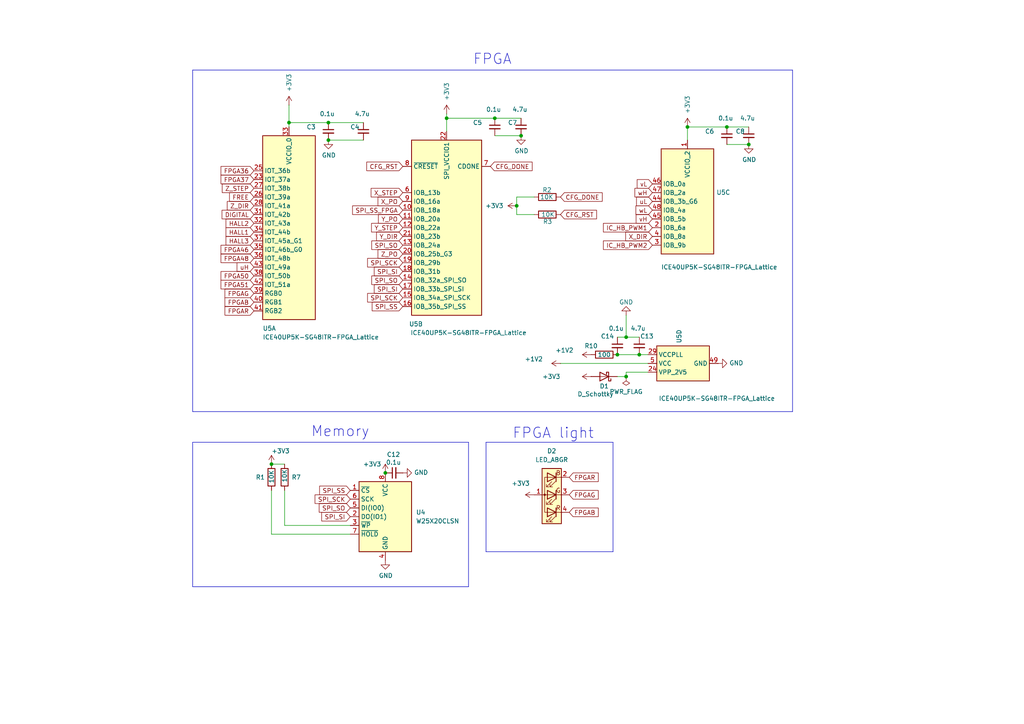
<source format=kicad_sch>
(kicad_sch (version 20231120) (generator "eeschema") (generator_version "8.0")
  (paper "A4")
  (title_block (title "Firestarter ") (date "2024-07-25") (company "Hexastorm") (comment 1 "v1"))
  (lib_symbols
    (symbol "Device:C_Small" (pin_numbers hide) (pin_names (offset 0.254) hide)
      (property "Reference" "C" (at 0.254 1.778 0))
      (property "Value" "C_Small" (at 0.254 -2.032 0))
      (symbol "C_Small_0_1"
        (polyline (pts (xy -1.524 -0.508) (xy 1.524 -0.508)) (stroke (width 0.3302)))
        (polyline (pts (xy -1.524 0.508) (xy 1.524 0.508)) (stroke (width 0.3048)))
      )
      (symbol "C_Small_1_1"
        (pin passive line (at 0 2.54 270) (length 2.032) (name "~") (number "1"))
        (pin passive line (at 0 -2.54 90) (length 2.032) (name "~") (number "2"))
      )
    )
    (symbol "Device:D_Schottky" (pin_numbers hide) (pin_names (offset 1.016) hide)
      (property "Reference" "D" (at 0 2.54 0))
      (property "Value" "D_Schottky" (at 0 -2.54 0))
      (symbol "D_Schottky_0_1"
        (polyline (pts (xy 1.27 0) (xy -1.27 0)))
        (polyline (pts (xy 1.27 1.27) (xy 1.27 -1.27) (xy -1.27 0) (xy 1.27 1.27)) (stroke (width 0.254)))
        (polyline (pts (xy -1.905 0.635) (xy -1.905 1.27) (xy -1.27 1.27) (xy -1.27 -1.27) (xy -0.635 -1.27) (xy -0.635 -0.635)) (stroke (width 0.254)))
      )
      (symbol "D_Schottky_1_1"
        (pin passive line (at -3.81 0 0) (length 2.54) (name "K") (number "1"))
        (pin passive line (at 3.81 0 180) (length 2.54) (name "A") (number "2"))
      )
    )
    (symbol "Device:LED_ABGR" (pin_names (offset 0) hide)
      (property "Reference" "D" (at 0 9.398 0))
      (property "Value" "LED_ABGR" (at 0 -8.89 0))
      (symbol "LED_ABGR_0_0"
        (text "B" (at -1.905 -6.35 0) (effects (font (size 1.27 1.27))))
        (text "G" (at -1.905 -1.27 0) (effects (font (size 1.27 1.27))))
        (text "R" (at -1.905 3.81 0) (effects (font (size 1.27 1.27))))
      )
      (symbol "LED_ABGR_0_1"
        (polyline (pts (xy -1.27 -5.08) (xy -2.54 -5.08)))
        (polyline (pts (xy -1.27 -5.08) (xy 1.27 -5.08)))
        (polyline (pts (xy -1.27 -3.81) (xy -1.27 -6.35)) (stroke (width 0.254)))
        (polyline (pts (xy -1.27 0) (xy -2.54 0)))
        (polyline (pts (xy -1.27 1.27) (xy -1.27 -1.27)) (stroke (width 0.254)))
        (polyline (pts (xy -1.27 5.08) (xy -2.54 5.08)))
        (polyline (pts (xy -1.27 5.08) (xy 1.27 5.08)))
        (polyline (pts (xy -1.27 6.35) (xy -1.27 3.81)) (stroke (width 0.254)))
        (polyline (pts (xy 1.27 0) (xy -1.27 0)))
        (polyline (pts (xy 1.27 0) (xy 2.54 0)))
        (polyline (pts (xy -1.27 1.27) (xy -1.27 -1.27) (xy -1.27 -1.27)))
        (polyline (pts (xy -1.27 6.35) (xy -1.27 3.81) (xy -1.27 3.81)))
        (polyline (pts (xy 1.27 -5.08) (xy 2.032 -5.08) (xy 2.032 5.08) (xy 1.27 5.08)))
        (polyline (pts (xy 1.27 -3.81) (xy 1.27 -6.35) (xy -1.27 -5.08) (xy 1.27 -3.81)) (stroke (width 0.254)))
        (polyline (pts (xy 1.27 1.27) (xy 1.27 -1.27) (xy -1.27 0) (xy 1.27 1.27)) (stroke (width 0.254)))
        (polyline (pts (xy 1.27 6.35) (xy 1.27 3.81) (xy -1.27 5.08) (xy 1.27 6.35)) (stroke (width 0.254)))
        (polyline (pts (xy -1.016 -3.81) (xy 0.508 -2.286) (xy -0.254 -2.286) (xy 0.508 -2.286) (xy 0.508 -3.048)))
        (polyline (pts (xy -1.016 1.27) (xy 0.508 2.794) (xy -0.254 2.794) (xy 0.508 2.794) (xy 0.508 2.032)))
        (polyline (pts (xy -1.016 6.35) (xy 0.508 7.874) (xy -0.254 7.874) (xy 0.508 7.874) (xy 0.508 7.112)))
        (polyline (pts (xy 0 -3.81) (xy 1.524 -2.286) (xy 0.762 -2.286) (xy 1.524 -2.286) (xy 1.524 -3.048)))
        (polyline (pts (xy 0 1.27) (xy 1.524 2.794) (xy 0.762 2.794) (xy 1.524 2.794) (xy 1.524 2.032)))
        (polyline (pts (xy 0 6.35) (xy 1.524 7.874) (xy 0.762 7.874) (xy 1.524 7.874) (xy 1.524 7.112)))
        (rectangle (start 1.27 -1.27) (end 1.27 1.27))
        (rectangle (start 1.27 1.27) (end 1.27 1.27))
        (rectangle (start 1.27 3.81) (end 1.27 6.35))
        (rectangle (start 1.27 6.35) (end 1.27 6.35))
        (circle (center 2.032 0) (radius 0.254) (fill (type outline)))
        (rectangle (start 2.794 8.382) (end -2.794 -7.62) (stroke (width 0.254)) (fill (type background)))
      )
      (symbol "LED_ABGR_1_1"
        (pin passive line (at 5.08 0 180) (length 2.54) (name "A") (number "1"))
        (pin passive line (at -5.08 -5.08 0) (length 2.54) (name "BK") (number "2"))
        (pin passive line (at -5.08 0 0) (length 2.54) (name "GK") (number "3"))
        (pin passive line (at -5.08 5.08 0) (length 2.54) (name "RK") (number "4"))
      )
    )
    (symbol "Device:R" (pin_numbers hide) (pin_names (offset 0))
      (property "Reference" "R" (at 2.032 0 90))
      (property "Value" "R" (at 0 0 90))
      (symbol "R_0_1"
        (rectangle (start -1.016 -2.54) (end 1.016 2.54) (stroke (width 0.254)))
      )
      (symbol "R_1_1"
        (pin passive line (at 0 3.81 270) (length 1.27) (name "~") (number "1"))
        (pin passive line (at 0 -3.81 90) (length 1.27) (name "~") (number "2"))
      )
    )
    (symbol "Memory_Flash:W25X20CLSN"
      (property "Reference" "U" (at -7.62 10.16 0))
      (property "Value" "W25X20CLSN" (at 2.54 10.16 0))
      (symbol "W25X20CLSN_0_1"
        (rectangle (start -7.62 10.16) (end 7.62 -10.16) (stroke (width 0.254)) (fill (type background)))
      )
      (symbol "W25X20CLSN_1_1"
        (pin input line (at -10.16 7.62 0) (length 2.54) (name "~{CS}") (number "1"))
        (pin bidirectional line (at -10.16 0 0) (length 2.54) (name "DO(IO1)") (number "2"))
        (pin bidirectional line (at -10.16 -2.54 0) (length 2.54) (name "~{WP}") (number "3"))
        (pin power_in line (at 0 -12.7 90) (length 2.54) (name "GND") (number "4"))
        (pin bidirectional line (at -10.16 2.54 0) (length 2.54) (name "DI(IO0)") (number "5"))
        (pin input line (at -10.16 5.08 0) (length 2.54) (name "SCK") (number "6"))
        (pin bidirectional line (at -10.16 -5.08 0) (length 2.54) (name "~{HOLD}") (number "7"))
        (pin power_in line (at 0 12.7 270) (length 2.54) (name "VCC") (number "8"))
      )
    )
    (symbol "compute_library:ICE40UP5K-SG48ITR-FPGA_Lattice"
      (property "Reference" "U" (at -8.89 -29.21 0))
      (property "Value" "ICE40UP5K-SG48ITR-FPGA_Lattice" (at 0 -31.75 0))
      (symbol "ICE40UP5K-SG48ITR-FPGA_Lattice_1_1"
        (rectangle (start -7.62 25.4) (end 7.62 -27.94) (stroke (width 0.254)) (fill (type background)))
        (pin bidirectional line (at -10.16 12.7 0) (length 2.54) (name "IOT_37a") (number "23"))
        (pin bidirectional line (at -10.16 15.24 0) (length 2.54) (name "IOT_36b") (number "25"))
        (pin bidirectional line (at -10.16 7.62 0) (length 2.54) (name "IOT_39a") (number "26"))
        (pin bidirectional line (at -10.16 10.16 0) (length 2.54) (name "IOT_38b") (number "27"))
        (pin bidirectional line (at -10.16 5.08 0) (length 2.54) (name "IOT_41a") (number "28"))
        (pin bidirectional line (at -10.16 2.54 0) (length 2.54) (name "IOT_42b") (number "31"))
        (pin bidirectional line (at -10.16 0 0) (length 2.54) (name "IOT_43a") (number "32"))
        (pin power_in line (at 0 27.94 270) (length 2.54) (name "VCCIO_0") (number "33"))
        (pin bidirectional line (at -10.16 -2.54 0) (length 2.54) (name "IOT_44b") (number "34"))
        (pin bidirectional line (at -10.16 -7.62 0) (length 2.54) (name "IOT_46b_G0") (number "35"))
        (pin bidirectional line (at -10.16 -10.16 0) (length 2.54) (name "IOT_48b") (number "36"))
        (pin bidirectional line (at -10.16 -5.08 0) (length 2.54) (name "IOT_45a_G1") (number "37"))
        (pin bidirectional line (at -10.16 -15.24 0) (length 2.54) (name "IOT_50b") (number "38"))
        (pin open_collector line (at -10.16 -20.32 0) (length 2.54) (name "RGB0") (number "39"))
        (pin open_collector line (at -10.16 -22.86 0) (length 2.54) (name "RGB1") (number "40"))
        (pin open_collector line (at -10.16 -25.4 0) (length 2.54) (name "RGB2") (number "41"))
        (pin bidirectional line (at -10.16 -17.78 0) (length 2.54) (name "IOT_51a") (number "42"))
        (pin bidirectional line (at -10.16 -12.7 0) (length 2.54) (name "IOT_49a") (number "43"))
      )
      (symbol "ICE40UP5K-SG48ITR-FPGA_Lattice_2_1"
        (rectangle (start -10.16 25.4) (end 10.16 -25.4) (stroke (width 0.254)) (fill (type background)))
        (pin bidirectional line (at -12.7 5.08 0) (length 2.54) (name "IOB_18a") (number "10"))
        (pin bidirectional line (at -12.7 2.54 0) (length 2.54) (name "IOB_20a") (number "11"))
        (pin bidirectional line (at -12.7 0 0) (length 2.54) (name "IOB_22a") (number "12"))
        (pin bidirectional line (at -12.7 -5.08 0) (length 2.54) (name "IOB_24a") (number "13"))
        (pin bidirectional line (at -12.7 -15.24 0) (length 2.54) (name "IOB_32a_SPI_SO") (number "14"))
        (pin bidirectional line (at -12.7 -20.32 0) (length 2.54) (name "IOB_34a_SPI_SCK") (number "15"))
        (pin bidirectional line (at -12.7 -22.86 0) (length 2.54) (name "IOB_35b_SPI_SS") (number "16"))
        (pin bidirectional line (at -12.7 -17.78 0) (length 2.54) (name "IOB_33b_SPI_SI") (number "17"))
        (pin bidirectional line (at -12.7 -12.7 0) (length 2.54) (name "IOB_31b") (number "18"))
        (pin bidirectional line (at -12.7 -10.16 0) (length 2.54) (name "IOB_29b") (number "19"))
        (pin bidirectional line (at -12.7 -7.62 0) (length 2.54) (name "IOB_25b_G3") (number "20"))
        (pin bidirectional line (at -12.7 -2.54 0) (length 2.54) (name "IOB_23b") (number "21"))
        (pin power_in line (at 0 27.94 270) (length 2.54) (name "SPI_VCCIO1") (number "22"))
        (pin bidirectional line (at -12.7 10.16 0) (length 2.54) (name "IOB_13b") (number "6"))
        (pin open_collector line (at 12.7 17.78 180) (length 2.54) (name "CDONE") (number "7"))
        (pin input line (at -12.7 17.78 0) (length 2.54) (name "~{CRESET}") (number "8"))
        (pin bidirectional line (at -12.7 7.62 0) (length 2.54) (name "IOB_16a") (number "9"))
      )
      (symbol "ICE40UP5K-SG48ITR-FPGA_Lattice_3_1"
        (rectangle (start -7.62 15.24) (end 7.62 -15.24) (stroke (width 0.254)) (fill (type background)))
        (pin power_in line (at 0 17.78 270) (length 2.54) (name "VCCIO_2") (number "1"))
        (pin bidirectional line (at -10.16 -7.62 0) (length 2.54) (name "IOB_6a") (number "2"))
        (pin bidirectional line (at -10.16 -12.7 0) (length 2.54) (name "IOB_9b") (number "3"))
        (pin bidirectional line (at -10.16 -10.16 0) (length 2.54) (name "IOB_8a") (number "4"))
        (pin bidirectional line (at -10.16 0 0) (length 2.54) (name "IOB_3b_G6") (number "44"))
        (pin bidirectional line (at -10.16 -5.08 0) (length 2.54) (name "IOB_5b") (number "45"))
        (pin bidirectional line (at -10.16 5.08 0) (length 2.54) (name "IOB_0a") (number "46"))
        (pin bidirectional line (at -10.16 2.54 0) (length 2.54) (name "IOB_2a") (number "47"))
        (pin bidirectional line (at -10.16 -2.54 0) (length 2.54) (name "IOB_4a") (number "48"))
      )
      (symbol "ICE40UP5K-SG48ITR-FPGA_Lattice_4_1"
        (rectangle (start -5.08 7.62) (end 5.08 -7.62) (stroke (width 0.254)) (fill (type background)))
        (pin power_in line (at -2.54 10.16 270) (length 2.54) (name "VPP_2V5") (number "24"))
        (pin power_out line (at 2.54 10.16 270) (length 2.54) (name "VCCPLL") (number "29"))
        (pin passive line (at 0 10.16 270) (length 2.54) hide (name "VCC") (number "30"))
        (pin power_in line (at 0 -10.16 90) (length 2.54) (name "GND") (number "49"))
        (pin power_in line (at 0 10.16 270) (length 2.54) (name "VCC") (number "5"))
      )
    )
    (symbol "power:+1V2" (power) (pin_numbers hide) (pin_names (offset 0) hide)
      (property "Value" "+1V2" (at 0 3.556 0))
      (symbol "+1V2_0_1"
        (polyline (pts (xy -0.762 1.27) (xy 0 2.54)))
        (polyline (pts (xy 0 0) (xy 0 2.54)))
        (polyline (pts (xy 0 2.54) (xy 0.762 1.27)))
      )
      (symbol "+1V2_1_1"
        (pin power_in line (at 0 0 90) (length 0) (name "~") (number "1"))
      )
    )
    (symbol "power:+3V3" (power) (pin_numbers hide) (pin_names (offset 0) hide)
      (property "Value" "+3V3" (at 0 3.556 0))
      (symbol "+3V3_0_1"
        (polyline (pts (xy -0.762 1.27) (xy 0 2.54)))
        (polyline (pts (xy 0 0) (xy 0 2.54)))
        (polyline (pts (xy 0 2.54) (xy 0.762 1.27)))
      )
      (symbol "+3V3_1_1"
        (pin power_in line (at 0 0 90) (length 0) (name "~") (number "1"))
      )
    )
    (symbol "power:GND" (power) (pin_numbers hide) (pin_names (offset 0) hide)
      (property "Value" "GND" (at 0 -3.81 0))
      (symbol "GND_0_1"
        (polyline (pts (xy 0 0) (xy 0 -1.27) (xy 1.27 -1.27) (xy 0 -2.54) (xy -1.27 -1.27) (xy 0 -1.27)))
      )
      (symbol "GND_1_1"
        (pin power_in line (at 0 0 270) (length 0) (name "~") (number "1"))
      )
    )
    (symbol "power:PWR_FLAG" (power) (pin_numbers hide) (pin_names (offset 0) hide)
      (property "Value" "PWR_FLAG" (at 0 3.81 0))
      (symbol "PWR_FLAG_0_0"
        (pin power_out line (at 0 0 90) (length 0) (name "~") (number "1"))
      )
      (symbol "PWR_FLAG_0_1"
        (polyline (pts (xy 0 0) (xy 0 1.27) (xy -1.016 1.905) (xy 0 2.54) (xy 1.016 1.905) (xy 0 1.27)))
      )
    )
  )
  (junction (at 83.82 35.56))
  (junction (at 179.07 102.87))
  (junction (at 210.82 36.83))
  (junction (at 181.61 97.79))
  (junction (at 199.39 36.83))
  (junction (at 95.25 35.56))
  (junction (at 185.42 102.87))
  (junction (at 78.74 134.62))
  (junction (at 111.76 137.16))
  (junction (at 143.51 34.29))
  (junction (at 181.61 109.22))
  (junction (at 129.54 34.29))
  (junction (at 149.86 59.69))
  (junction (at 151.13 39.37))
  (junction (at 95.25 40.64))
  (junction (at 217.17 41.91))
  (wire (pts (xy 83.82 36.83) (xy 83.82 35.56)))
  (wire (pts (xy 149.86 59.69) (xy 149.86 62.23)))
  (polyline (pts (xy 177.8 160.02) (xy 140.97 160.02)))
  (wire (pts (xy 179.07 102.87) (xy 185.42 102.87)))
  (wire (pts (xy 78.74 154.94) (xy 101.6 154.94)))
  (polyline (pts (xy 55.88 20.32) (xy 229.87 20.32)))
  (wire (pts (xy 181.61 91.44) (xy 181.61 97.79)))
  (wire (pts (xy 149.86 57.15) (xy 149.86 59.69)))
  (wire (pts (xy 210.82 41.91) (xy 217.17 41.91)))
  (polyline (pts (xy 55.88 20.32) (xy 55.88 119.38)))
  (wire (pts (xy 82.55 152.4) (xy 101.6 152.4)))
  (wire (pts (xy 199.39 36.83) (xy 199.39 40.64)))
  (wire (pts (xy 83.82 35.56) (xy 95.25 35.56)))
  (wire (pts (xy 149.86 62.23) (xy 154.94 62.23)))
  (wire (pts (xy 82.55 134.62) (xy 78.74 134.62)))
  (wire (pts (xy 210.82 36.83) (xy 217.17 36.83)))
  (wire (pts (xy 185.42 102.87) (xy 187.96 102.87)))
  (polyline (pts (xy 55.88 128.27) (xy 135.89 128.27)))
  (polyline (pts (xy 229.87 20.32) (xy 229.87 119.38)))
  (wire (pts (xy 129.54 34.29) (xy 143.51 34.29)))
  (wire (pts (xy 143.51 39.37) (xy 151.13 39.37)))
  (wire (pts (xy 179.07 109.22) (xy 181.61 109.22)))
  (wire (pts (xy 129.54 34.29) (xy 129.54 33.02)))
  (wire (pts (xy 181.61 109.22) (xy 181.61 107.95)))
  (wire (pts (xy 78.74 154.94) (xy 78.74 142.24)))
  (polyline (pts (xy 135.89 170.18) (xy 55.88 170.18)))
  (wire (pts (xy 95.25 35.56) (xy 105.41 35.56)))
  (wire (pts (xy 154.94 57.15) (xy 149.86 57.15)))
  (polyline (pts (xy 177.8 128.27) (xy 177.8 160.02)))
  (polyline (pts (xy 140.97 128.27) (xy 140.97 160.02)))
  (wire (pts (xy 162.56 105.41) (xy 187.96 105.41)))
  (wire (pts (xy 143.51 34.29) (xy 151.13 34.29)))
  (wire (pts (xy 179.07 97.79) (xy 181.61 97.79)))
  (polyline (pts (xy 55.88 128.27) (xy 55.88 170.18)))
  (wire (pts (xy 105.41 40.64) (xy 95.25 40.64)))
  (wire (pts (xy 181.61 97.79) (xy 185.42 97.79)))
  (wire (pts (xy 181.61 107.95) (xy 187.96 107.95)))
  (polyline (pts (xy 140.97 128.27) (xy 177.8 128.27)))
  (polyline (pts (xy 135.89 128.27) (xy 135.89 170.18)))
  (wire (pts (xy 83.82 35.56) (xy 83.82 30.48)))
  (wire (pts (xy 82.55 142.24) (xy 82.55 152.4)))
  (wire (pts (xy 199.39 36.83) (xy 210.82 36.83)))
  (polyline (pts (xy 229.87 119.38) (xy 55.88 119.38)))
  (wire (pts (xy 129.54 38.1) (xy 129.54 34.29)))
  (text "FPGA" (at 137.16 19.05 0) (effects (font (size 3 3)) (justify left bottom)))
  (text "FPGA light" (at 148.59 127.508 0) (effects (font (size 3 3)) (justify left bottom)))
  (text "Memory" (at 90.17 127 0) (effects (font (size 3 3)) (justify left bottom)))
  (global_label "CFG_DONE" (shape input) (at 162.56 57.15 0) (property "Intersheetrefs" "${INTERSHEET_REFS}" (effects (hide yes))))
  (global_label "SPI_SO" (shape input) (at 116.84 81.28 180) (property "Intersheetrefs" "${INTERSHEET_REFS}" (effects (hide yes))))
  (global_label "Z_PO" (shape input) (at 116.84 73.66 180) (property "Intersheetrefs" "${INTERSHEET_REFS}" (effects (hide yes))))
  (global_label "FPGA51" (shape input) (at 73.66 82.55 180) (property "Intersheetrefs" "${INTERSHEET_REFS}" (effects (hide yes))))
  (global_label "uL" (shape input) (at 189.23 58.42 180) (property "Intersheetrefs" "${INTERSHEET_REFS}" (effects (hide yes))))
  (global_label "HALL2" (shape input) (at 73.66 64.77 180) (property "Intersheetrefs" "${INTERSHEET_REFS}" (effects (hide yes))))
  (global_label "CFG_DONE" (shape input) (at 142.24 48.26 0) (property "Intersheetrefs" "${INTERSHEET_REFS}" (effects (hide yes))))
  (global_label "FPGAB" (shape input) (at 165.1 148.59 0) (property "Intersheetrefs" "${INTERSHEET_REFS}" (effects (hide yes))))
  (global_label "uH" (shape input) (at 73.66 77.47 180) (property "Intersheetrefs" "${INTERSHEET_REFS}" (effects (hide yes))))
  (global_label "CFG_RST" (shape input) (at 116.84 48.26 180) (property "Intersheetrefs" "${INTERSHEET_REFS}" (effects (hide yes))))
  (global_label "IC_HB_PWM1" (shape input) (at 189.23 66.04 180) (property "Intersheetrefs" "${INTERSHEET_REFS}" (effects (hide yes))))
  (global_label "X_STEP" (shape input) (at 116.84 55.88 180) (property "Intersheetrefs" "${INTERSHEET_REFS}" (effects (hide yes))))
  (global_label "FPGAR" (shape input) (at 165.1 138.43 0) (property "Intersheetrefs" "${INTERSHEET_REFS}" (effects (hide yes))))
  (global_label "wH" (shape input) (at 189.23 55.88 180) (property "Intersheetrefs" "${INTERSHEET_REFS}" (effects (hide yes))))
  (global_label "FPGAG" (shape input) (at 73.66 85.09 180) (property "Intersheetrefs" "${INTERSHEET_REFS}" (effects (hide yes))))
  (global_label "SPI_SCK" (shape input) (at 116.84 86.36 180) (property "Intersheetrefs" "${INTERSHEET_REFS}" (effects (hide yes))))
  (global_label "X_PO" (shape input) (at 116.84 58.42 180) (property "Intersheetrefs" "${INTERSHEET_REFS}" (effects (hide yes))))
  (global_label "Z_STEP" (shape input) (at 73.66 54.61 180) (property "Intersheetrefs" "${INTERSHEET_REFS}" (effects (hide yes))))
  (global_label "FPGA46" (shape input) (at 73.66 72.39 180) (property "Intersheetrefs" "${INTERSHEET_REFS}" (effects (hide yes))))
  (global_label "Y_DIR" (shape input) (at 116.84 68.58 180) (property "Intersheetrefs" "${INTERSHEET_REFS}" (effects (hide yes))))
  (global_label "DIGITAL" (shape input) (at 73.66 62.23 180) (property "Intersheetrefs" "${INTERSHEET_REFS}" (effects (hide yes))))
  (global_label "SPI_SCK" (shape input) (at 116.84 76.2 180) (property "Intersheetrefs" "${INTERSHEET_REFS}" (effects (hide yes))))
  (global_label "vL" (shape input) (at 189.23 53.34 180) (property "Intersheetrefs" "${INTERSHEET_REFS}" (effects (hide yes))))
  (global_label "SPI_SI" (shape input) (at 116.84 83.82 180) (property "Intersheetrefs" "${INTERSHEET_REFS}" (effects (hide yes))))
  (global_label "IC_HB_PWM2" (shape input) (at 189.23 71.12 180) (property "Intersheetrefs" "${INTERSHEET_REFS}" (effects (hide yes))))
  (global_label "Y_STEP" (shape input) (at 116.84 66.04 180) (property "Intersheetrefs" "${INTERSHEET_REFS}" (effects (hide yes))))
  (global_label "SPI_SI" (shape input) (at 101.6 149.86 180) (property "Intersheetrefs" "${INTERSHEET_REFS}" (effects (hide yes))))
  (global_label "FPGA48" (shape input) (at 73.66 74.93 180) (property "Intersheetrefs" "${INTERSHEET_REFS}" (effects (hide yes))))
  (global_label "SPI_SCK" (shape input) (at 101.6 144.78 180) (property "Intersheetrefs" "${INTERSHEET_REFS}" (effects (hide yes))))
  (global_label "Z_DIR" (shape input) (at 73.66 59.69 180) (property "Intersheetrefs" "${INTERSHEET_REFS}" (effects (hide yes))))
  (global_label "HALL3" (shape input) (at 73.66 69.85 180) (property "Intersheetrefs" "${INTERSHEET_REFS}" (effects (hide yes))))
  (global_label "CFG_RST" (shape input) (at 162.56 62.23 0) (property "Intersheetrefs" "${INTERSHEET_REFS}" (effects (hide yes))))
  (global_label "SPI_SS" (shape input) (at 101.6 142.24 180) (property "Intersheetrefs" "${INTERSHEET_REFS}" (effects (hide yes))))
  (global_label "FREE" (shape input) (at 73.66 57.15 180) (property "Intersheetrefs" "${INTERSHEET_REFS}" (effects (hide yes))))
  (global_label "SPI_SI" (shape input) (at 116.84 78.74 180) (property "Intersheetrefs" "${INTERSHEET_REFS}" (effects (hide yes))))
  (global_label "vH" (shape input) (at 189.23 63.5 180) (property "Intersheetrefs" "${INTERSHEET_REFS}" (effects (hide yes))))
  (global_label "HALL1" (shape input) (at 73.66 67.31 180) (property "Intersheetrefs" "${INTERSHEET_REFS}" (effects (hide yes))))
  (global_label "FPGAB" (shape input) (at 73.66 87.63 180) (property "Intersheetrefs" "${INTERSHEET_REFS}" (effects (hide yes))))
  (global_label "FPGA36" (shape input) (at 73.66 49.53 180) (property "Intersheetrefs" "${INTERSHEET_REFS}" (effects (hide yes))))
  (global_label "SPI_SS_FPGA" (shape input) (at 116.84 60.96 180) (property "Intersheetrefs" "${INTERSHEET_REFS}" (effects (hide yes))))
  (global_label "X_DIR" (shape input) (at 189.23 68.58 180) (property "Intersheetrefs" "${INTERSHEET_REFS}" (effects (hide yes))))
  (global_label "FPGA37" (shape input) (at 73.66 52.07 180) (property "Intersheetrefs" "${INTERSHEET_REFS}" (effects (hide yes))))
  (global_label "FPGAR" (shape input) (at 73.66 90.17 180) (property "Intersheetrefs" "${INTERSHEET_REFS}" (effects (hide yes))))
  (global_label "SPI_SO" (shape input) (at 116.84 71.12 180) (property "Intersheetrefs" "${INTERSHEET_REFS}" (effects (hide yes))))
  (global_label "wL" (shape input) (at 189.23 60.96 180) (property "Intersheetrefs" "${INTERSHEET_REFS}" (effects (hide yes))))
  (global_label "Y_PO" (shape input) (at 116.84 63.5 180) (property "Intersheetrefs" "${INTERSHEET_REFS}" (effects (hide yes))))
  (global_label "FPGAG" (shape input) (at 165.1 143.51 0) (property "Intersheetrefs" "${INTERSHEET_REFS}" (effects (hide yes))))
  (global_label "SPI_SS" (shape input) (at 116.84 88.9 180) (property "Intersheetrefs" "${INTERSHEET_REFS}" (effects (hide yes))))
  (global_label "FPGA50" (shape input) (at 73.66 80.01 180) (property "Intersheetrefs" "${INTERSHEET_REFS}" (effects (hide yes))))
  (global_label "SPI_SO" (shape input) (at 101.6 147.32 180) (property "Intersheetrefs" "${INTERSHEET_REFS}" (effects (hide yes))))
  (symbol (lib_id "compute_library:ICE40UP5K-SG48ITR-FPGA_Lattice") (at 199.39 58.42 0) (unit 3)
    (property "Reference" "U5" (at 207.772 55.8038 0) (effects (justify left)))
    (property "Value" "ICE40UP5K-SG48ITR-FPGA_Lattice" (at 191.77 77.47 0) (effects (justify left)))
    (property "Footprint" "Package_DFN_QFN:QFN-48-1EP_7x7mm_P0.5mm_EP5.6x5.6mm" (effects (hide yes)))
    (property "Producer" "ICE40UP5K-SG48I" (effects (hide yes)))
    (property "Mouser" "842-ICE40UP5K-SG48I" (effects (hide yes)))
  )
  (symbol (lib_id "Device:R") (at 158.75 57.15 90) (unit 1)
    (property "Reference" "R2" (at 160.02 55.118 90) (effects (justify left)))
    (property "Value" "10K" (at 160.528 57.15 90) (effects (justify left)))
    (property "Footprint" "Resistor_SMD:R_0805_2012Metric" (effects (hide yes)))
    (property "Farnell" "2826162" (effects (hide yes)))
    (property "Producer" "CRCW080510K0JNEAC " (effects (hide yes)))
    (property "Mouser" "71-CRCW080510K0JNEAC " (effects (hide yes)))
  )
  (symbol (lib_id "Device:R") (at 158.75 62.23 270) (unit 1)
    (property "Reference" "R3" (at 157.48 64.262 90) (effects (justify left)))
    (property "Value" "10K" (at 156.972 62.23 90) (effects (justify left)))
    (property "Footprint" "Resistor_SMD:R_0805_2012Metric" (effects (hide yes)))
    (property "Farnell" "2826162" (effects (hide yes)))
    (property "Producer" "CRCW080510K0JNEAC " (effects (hide yes)))
    (property "Mouser" "71-CRCW080510K0JNEAC " (effects (hide yes)))
  )
  (symbol (lib_id "power:+1V2") (at 171.45 102.87 90) (unit 1)
    (property "Reference" "#PWR026" (effects (hide yes)))
    (property "Value" "+1V2" (at 166.37 101.6 90) (effects (justify left)))
    (property "Description" "Power symbol creates a global label with name \"+1V2\"" (effects (hide yes)))
  )
  (symbol (lib_id "power:+1V2") (at 162.56 105.41 90) (unit 1)
    (property "Reference" "#PWR023" (effects (hide yes)))
    (property "Value" "+1V2" (at 157.48 104.14 90) (effects (justify left)))
    (property "Description" "Power symbol creates a global label with name \"+1V2\"" (effects (hide yes)))
  )
  (symbol (lib_id "Device:D_Schottky") (at 175.26 109.22 180) (unit 1)
    (property "Reference" "D1" (at 175.26 112.014 0))
    (property "Value" "D_Schottky" (at 172.72 114.3 0))
    (property "Footprint" "Diode_SMD:D_SOD-323_HandSoldering" (effects (hide yes)))
    (property "Producer" "B340A-13-F" (effects (hide yes)))
    (property "Farnell" "1843668 " (effects (hide yes)))
    (property "Mouser" "621-B340A-F" (effects (hide yes)))
  )
  (symbol (lib_id "compute_library:ICE40UP5K-SG48ITR-FPGA_Lattice") (at 198.12 105.41 90) (unit 4)
    (property "Reference" "U5" (at 196.9516 99.568 0) (effects (justify left)))
    (property "Value" "ICE40UP5K-SG48ITR-FPGA_Lattice" (at 224.79 115.57 90) (effects (justify left)))
    (property "Footprint" "Package_DFN_QFN:QFN-48-1EP_7x7mm_P0.5mm_EP5.6x5.6mm" (effects (hide yes)))
    (property "Producer" "ICE40UP5K-SG48I" (effects (hide yes)))
    (property "Mouser" "842-ICE40UP5K-SG48I" (effects (hide yes)))
  )
  (symbol (lib_id "Memory_Flash:W25X20CLSN") (at 111.76 149.86 0) (unit 1)
    (property "Reference" "U4" (at 120.65 148.5899 0) (effects (justify left)))
    (property "Value" "W25X20CLSN" (at 120.65 151.1299 0) (effects (justify left)))
    (property "Footprint" "Package_SO:SOIC-8_3.9x4.9mm_P1.27mm" (effects (hide yes)))
    (property "Datasheet" "https://www.winbond.com/resource-files/w25x20cl_revf%2020150806.pdf" (effects (hide yes)))
    (property "Description" "2Mbit Serial Flash memory, dual I/O SPI, SOIC-8" (effects (hide yes)))
    (property "OLDFootprint" "sockets_scanhead:SOIC-8W_5.3x5.3mm_P1.27mm" (effects (hide yes)))
    (property "Mouser" "454-W25X20CLSNIG" (effects (hide yes)))
    (property "Producer" "W25X20CLSNIG " (effects (hide yes)))
  )
  (symbol (lib_id "Device:C_Small") (at 114.3 137.16 90) (unit 1)
    (property "Reference" "C12" (at 116.078 131.826 90) (effects (justify left)))
    (property "Value" "0.1u" (at 116.332 134.112 90) (effects (justify left)))
    (property "Footprint" "Capacitor_SMD:C_0805_2012Metric_Pad1.18x1.45mm_HandSolder" (effects (hide yes)))
    (property "Producer" "C0805C104J5RACTU" (effects (hide yes)))
    (property "Mouser" "80-C0805C104J5R " (effects (hide yes)))
    (property "Farnell" "1414663 " (effects (hide yes)))
  )
  (symbol (lib_id "power:+3V3") (at 78.74 134.62 0) (unit 1)
    (property "Reference" "#PWR013" (effects (hide yes)))
    (property "Value" "+3V3" (at 78.74 130.81 0) (effects (justify left)))
    (property "Description" "Power symbol creates a global label with name \"+3V3\"" (effects (hide yes)))
  )
  (symbol (lib_id "Device:C_Small") (at 210.82 39.37 0) (unit 1)
    (property "Reference" "C6" (at 204.47 38.1 0) (effects (justify left)))
    (property "Value" "0.1u" (at 208.28 34.29 0) (effects (justify left)))
    (property "Footprint" "Capacitor_SMD:C_0805_2012Metric_Pad1.18x1.45mm_HandSolder" (effects (hide yes)))
    (property "Producer" "C0805C104J5RACTU" (effects (hide yes)))
    (property "Mouser" "80-C0805C104J5R " (effects (hide yes)))
    (property "Farnell" "1414663 " (effects (hide yes)))
  )
  (symbol (lib_id "Device:C_Small") (at 105.41 38.1 0) (unit 1)
    (property "Reference" "C4" (at 101.6 36.83 0) (effects (justify left)))
    (property "Value" "4.7u" (at 102.87 33.02 0) (effects (justify left)))
    (property "Footprint" "Capacitor_SMD:C_0805_2012Metric_Pad1.18x1.45mm_HandSolder" (effects (hide yes)))
    (property "Producer" "GRM21BR61H475KE51L" (effects (hide yes)))
    (property "Farnell" "2611942" (effects (hide yes)))
    (property "Mouser" "81-GRM21BR61H475KE1L" (effects (hide yes)))
  )
  (symbol (lib_id "power:PWR_FLAG") (at 181.61 109.22 180) (unit 1)
    (property "Reference" "#FLG04" (effects (hide yes)))
    (property "Value" "PWR_FLAG" (at 181.61 113.6142 0))
    (property "Description" "Special symbol for telling ERC where power comes from" (effects (hide yes)))
  )
  (symbol (lib_id "power:+3V3") (at 154.94 143.51 90) (unit 1)
    (property "Reference" "#PWR030" (effects (hide yes)))
    (property "Value" "+3V3" (at 153.67 140.208 90) (effects (justify left)))
    (property "Description" "Power symbol creates a global label with name \"+3V3\"" (effects (hide yes)))
  )
  (symbol (lib_id "Device:C_Small") (at 151.13 36.83 0) (unit 1)
    (property "Reference" "C7" (at 147.32 35.56 0) (effects (justify left)))
    (property "Value" "4.7u" (at 148.59 31.75 0) (effects (justify left)))
    (property "Footprint" "Capacitor_SMD:C_0805_2012Metric_Pad1.18x1.45mm_HandSolder" (effects (hide yes)))
    (property "Producer" "GRM21BR61H475KE51L" (effects (hide yes)))
    (property "Farnell" "2611942" (effects (hide yes)))
    (property "Mouser" "81-GRM21BR61H475KE1L" (effects (hide yes)))
  )
  (symbol (lib_id "compute_library:ICE40UP5K-SG48ITR-FPGA_Lattice") (at 83.82 64.77 0) (unit 1)
    (property "Reference" "U5" (at 76.2 95.25 0) (effects (justify left)))
    (property "Value" "ICE40UP5K-SG48ITR-FPGA_Lattice" (at 76.2 97.79 0) (effects (justify left)))
    (property "Footprint" "Package_DFN_QFN:QFN-48-1EP_7x7mm_P0.5mm_EP5.6x5.6mm" (effects (hide yes)))
    (property "Producer" "ICE40UP5K-SG48I" (effects (hide yes)))
    (property "Mouser" "842-ICE40UP5K-SG48I" (effects (hide yes)))
  )
  (symbol (lib_id "Device:C_Small") (at 185.42 100.33 0) (unit 1)
    (property "Reference" "C13" (at 185.674 97.536 0) (effects (justify left)))
    (property "Value" "4.7u" (at 182.88 95.25 0) (effects (justify left)))
    (property "Footprint" "Capacitor_SMD:C_0805_2012Metric_Pad1.18x1.45mm_HandSolder" (effects (hide yes)))
    (property "Producer" "GRM21BR61H475KE51L" (effects (hide yes)))
    (property "Farnell" "2611942" (effects (hide yes)))
    (property "Mouser" "81-GRM21BR61H475KE1L" (effects (hide yes)))
  )
  (symbol (lib_id "power:GND") (at 208.28 105.41 90) (unit 1)
    (property "Reference" "#PWR046" (effects (hide yes)))
    (property "Value" "GND" (at 211.5312 105.283 90) (effects (justify right)))
    (property "Description" "Power symbol creates a global label with name \"GND\" , ground" (effects (hide yes)))
  )
  (symbol (lib_id "Device:C_Small") (at 95.25 38.1 0) (unit 1)
    (property "Reference" "C3" (at 88.9 36.83 0) (effects (justify left)))
    (property "Value" "0.1u" (at 92.71 33.02 0) (effects (justify left)))
    (property "Footprint" "Capacitor_SMD:C_0805_2012Metric_Pad1.18x1.45mm_HandSolder" (effects (hide yes)))
    (property "Producer" "C0805C104J5RACTU" (effects (hide yes)))
    (property "Mouser" "80-C0805C104J5R " (effects (hide yes)))
    (property "Farnell" "1414663 " (effects (hide yes)))
  )
  (symbol (lib_id "Device:R") (at 82.55 138.43 0) (unit 1)
    (property "Reference" "R7" (at 84.582 138.43 0) (effects (justify left)))
    (property "Value" "10K" (at 82.55 139.954 90) (effects (justify left)))
    (property "Footprint" "Resistor_SMD:R_0805_2012Metric" (effects (hide yes)))
    (property "Farnell" "2826162" (effects (hide yes)))
    (property "Producer" "CRCW080510K0JNEAC " (effects (hide yes)))
    (property "Mouser" "71-CRCW080510K0JNEAC " (effects (hide yes)))
  )
  (symbol (lib_id "power:GND") (at 151.13 39.37 0) (unit 1)
    (property "Reference" "#PWR021" (effects (hide yes)))
    (property "Value" "GND" (at 151.257 43.7642 0))
    (property "Description" "Power symbol creates a global label with name \"GND\" , ground" (effects (hide yes)))
  )
  (symbol (lib_id "Device:LED_ABGR") (at 160.02 143.51 180) (unit 1)
    (property "Reference" "D2" (at 160.02 130.81 0))
    (property "Value" "LED_ABGR" (at 160.02 133.35 0))
    (property "Footprint" "footprints:LED_Cree-PLCC4_2x2mm_CW" (effects (hide yes)))
    (property "Farnell" "3625420" (effects (hide yes)))
    (property "Producer" "CLMVC-FKA-CL1D1L71BB7C3C3" (effects (hide yes)))
    (property "Mouser" "941-CLMVCFKACL1D1L71" (effects (hide yes)))
  )
  (symbol (lib_id "Device:C_Small") (at 143.51 36.83 0) (unit 1)
    (property "Reference" "C5" (at 137.16 35.56 0) (effects (justify left)))
    (property "Value" "0.1u" (at 140.97 31.75 0) (effects (justify left)))
    (property "Footprint" "Capacitor_SMD:C_0805_2012Metric_Pad1.18x1.45mm_HandSolder" (effects (hide yes)))
    (property "Producer" "C0805C104J5RACTU" (effects (hide yes)))
    (property "Mouser" "80-C0805C104J5R " (effects (hide yes)))
    (property "Farnell" "1414663 " (effects (hide yes)))
  )
  (symbol (lib_id "power:GND") (at 181.61 91.44 180) (unit 1)
    (property "Reference" "#PWR028" (effects (hide yes)))
    (property "Value" "GND" (at 181.61 87.63 0))
    (property "Description" "Power symbol creates a global label with name \"GND\" , ground" (effects (hide yes)))
  )
  (symbol (lib_id "power:GND") (at 217.17 41.91 0) (unit 1)
    (property "Reference" "#PWR052" (effects (hide yes)))
    (property "Value" "GND" (at 217.297 46.3042 0))
    (property "Description" "Power symbol creates a global label with name \"GND\" , ground" (effects (hide yes)))
  )
  (symbol (lib_id "power:+3V3") (at 149.86 59.69 90) (unit 1)
    (property "Reference" "#PWR020" (effects (hide yes)))
    (property "Value" "+3V3" (at 146.05 59.69 90) (effects (justify left)))
    (property "Description" "Power symbol creates a global label with name \"+3V3\"" (effects (hide yes)))
  )
  (symbol (lib_id "power:GND") (at 95.25 40.64 0) (unit 1)
    (property "Reference" "#PWR015" (effects (hide yes)))
    (property "Value" "GND" (at 95.377 45.0342 0))
    (property "Description" "Power symbol creates a global label with name \"GND\" , ground" (effects (hide yes)))
  )
  (symbol (lib_id "power:+3V3") (at 199.39 36.83 0) (unit 1)
    (property "Reference" "#PWR029" (effects (hide yes)))
    (property "Value" "+3V3" (at 199.39 33.02 90) (effects (justify left)))
    (property "Description" "Power symbol creates a global label with name \"+3V3\"" (effects (hide yes)))
  )
  (symbol (lib_id "power:GND") (at 116.84 137.16 90) (unit 1)
    (property "Reference" "#PWR018" (effects (hide yes)))
    (property "Value" "GND" (at 120.0912 137.033 90) (effects (justify right)))
    (property "Description" "Power symbol creates a global label with name \"GND\" , ground" (effects (hide yes)))
  )
  (symbol (lib_id "power:+3V3") (at 83.82 30.48 0) (unit 1)
    (property "Reference" "#PWR014" (effects (hide yes)))
    (property "Value" "+3V3" (at 83.82 26.67 90) (effects (justify left)))
    (property "Description" "Power symbol creates a global label with name \"+3V3\"" (effects (hide yes)))
  )
  (symbol (lib_id "Device:C_Small") (at 217.17 39.37 0) (unit 1)
    (property "Reference" "C8" (at 213.36 38.1 0) (effects (justify left)))
    (property "Value" "4.7u" (at 214.63 34.29 0) (effects (justify left)))
    (property "Footprint" "Capacitor_SMD:C_0805_2012Metric_Pad1.18x1.45mm_HandSolder" (effects (hide yes)))
    (property "Producer" "GRM21BR61H475KE51L" (effects (hide yes)))
    (property "Farnell" "2611942" (effects (hide yes)))
    (property "Mouser" "81-GRM21BR61H475KE1L" (effects (hide yes)))
  )
  (symbol (lib_id "power:+3V3") (at 129.54 33.02 0) (unit 1)
    (property "Reference" "#PWR019" (effects (hide yes)))
    (property "Value" "+3V3" (at 129.54 29.21 90) (effects (justify left)))
    (property "Description" "Power symbol creates a global label with name \"+3V3\"" (effects (hide yes)))
  )
  (symbol (lib_id "power:+3V3") (at 171.45 109.22 90) (unit 1)
    (property "Reference" "#PWR025" (effects (hide yes)))
    (property "Value" "+3V3" (at 162.56 109.22 90) (effects (justify left)))
    (property "Description" "Power symbol creates a global label with name \"+3V3\"" (effects (hide yes)))
  )
  (symbol (lib_id "Device:R") (at 175.26 102.87 90) (unit 1)
    (property "Reference" "R10" (at 171.45 100.33 90))
    (property "Value" "100" (at 175.26 102.87 90))
    (property "Footprint" "Resistor_SMD:R_0805_2012Metric_Pad1.20x1.40mm_HandSolder" (effects (hide yes)))
    (property "Producer" "CRCW0805100RFKTA" (effects (hide yes)))
    (property "Mouser" "71-CRCW0805-100" (effects (hide yes)))
    (property "Farnell" "1652906" (effects (hide yes)))
  )
  (symbol (lib_id "power:+3V3") (at 111.76 137.16 0) (unit 1)
    (property "Reference" "#PWR016" (effects (hide yes)))
    (property "Value" "+3V3" (at 107.95 134.62 0))
    (property "Description" "Power symbol creates a global label with name \"+3V3\"" (effects (hide yes)))
  )
  (symbol (lib_id "power:GND") (at 111.76 162.56 0) (unit 1)
    (property "Reference" "#PWR017" (effects (hide yes)))
    (property "Value" "GND" (at 111.887 166.9542 0))
    (property "Description" "Power symbol creates a global label with name \"GND\" , ground" (effects (hide yes)))
  )
  (symbol (lib_id "Device:C_Small") (at 179.07 100.33 0) (unit 1)
    (property "Reference" "C14" (at 174.244 97.536 0) (effects (justify left)))
    (property "Value" "0.1u" (at 176.53 95.25 0) (effects (justify left)))
    (property "Footprint" "Capacitor_SMD:C_0805_2012Metric_Pad1.18x1.45mm_HandSolder" (effects (hide yes)))
    (property "Producer" "C0805C104J5RACTU" (effects (hide yes)))
    (property "Mouser" "80-C0805C104J5R " (effects (hide yes)))
    (property "Farnell" "1414663 " (effects (hide yes)))
  )
  (symbol (lib_id "compute_library:ICE40UP5K-SG48ITR-FPGA_Lattice") (at 129.54 66.04 0) (unit 2)
    (property "Reference" "U5" (at 120.65 93.98 0))
    (property "Value" "ICE40UP5K-SG48ITR-FPGA_Lattice" (at 135.89 96.52 0))
    (property "Footprint" "Package_DFN_QFN:QFN-48-1EP_7x7mm_P0.5mm_EP5.6x5.6mm" (effects (hide yes)))
    (property "Producer" "ICE40UP5K-SG48I" (effects (hide yes)))
    (property "Mouser" "842-ICE40UP5K-SG48I" (effects (hide yes)))
  )
  (symbol (lib_id "Device:R") (at 78.74 138.43 0) (unit 1)
    (property "Reference" "R1" (at 74.168 138.43 0) (effects (justify left)))
    (property "Value" "10K" (at 78.74 140.208 90) (effects (justify left)))
    (property "Footprint" "Resistor_SMD:R_0805_2012Metric" (effects (hide yes)))
    (property "Farnell" "2826162" (effects (hide yes)))
    (property "Producer" "CRCW080510K0JNEAC " (effects (hide yes)))
    (property "Mouser" "71-CRCW080510K0JNEAC " (effects (hide yes)))
  )
)
</source>
